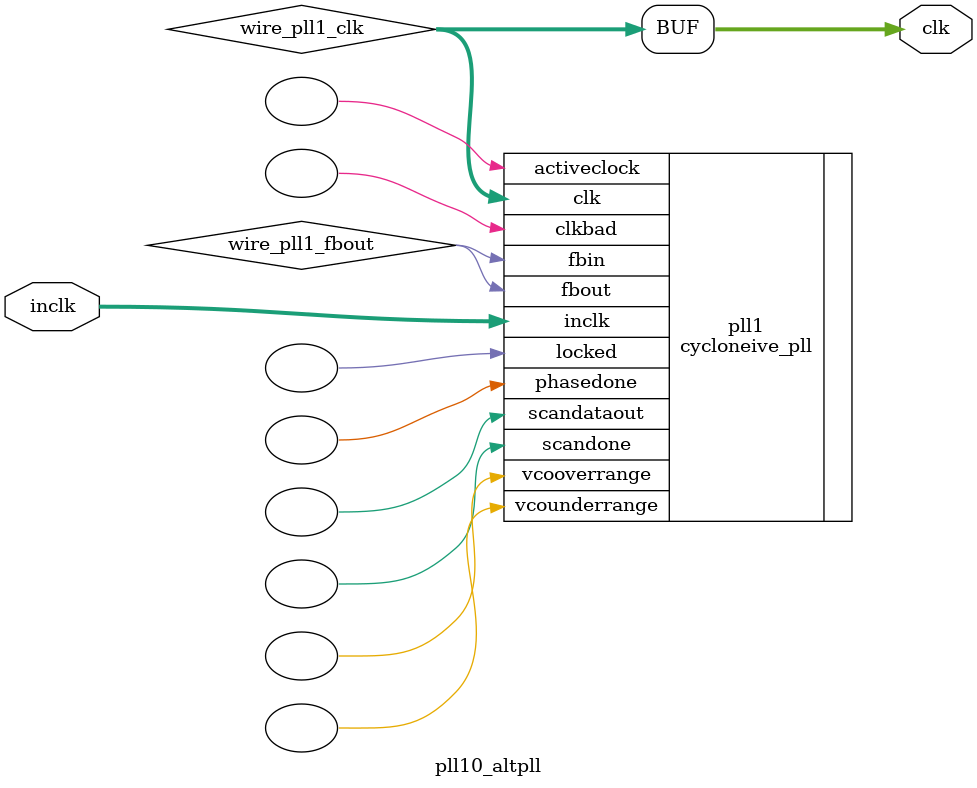
<source format=v>






//synthesis_resources = cycloneive_pll 1 
//synopsys translate_off
`timescale 1 ps / 1 ps
//synopsys translate_on
module  pll10_altpll
	( 
	clk,
	inclk) /* synthesis synthesis_clearbox=1 */;
	output   [4:0]  clk;
	input   [1:0]  inclk;
`ifndef ALTERA_RESERVED_QIS
// synopsys translate_off
`endif
	tri0   [1:0]  inclk;
`ifndef ALTERA_RESERVED_QIS
// synopsys translate_on
`endif

	wire  [4:0]   wire_pll1_clk;
	wire  wire_pll1_fbout;

	cycloneive_pll   pll1
	( 
	.activeclock(),
	.clk(wire_pll1_clk),
	.clkbad(),
	.fbin(wire_pll1_fbout),
	.fbout(wire_pll1_fbout),
	.inclk(inclk),
	.locked(),
	.phasedone(),
	.scandataout(),
	.scandone(),
	.vcooverrange(),
	.vcounderrange()
	`ifndef FORMAL_VERIFICATION
	// synopsys translate_off
	`endif
	,
	.areset(1'b0),
	.clkswitch(1'b0),
	.configupdate(1'b0),
	.pfdena(1'b1),
	.phasecounterselect({3{1'b0}}),
	.phasestep(1'b0),
	.phaseupdown(1'b0),
	.scanclk(1'b0),
	.scanclkena(1'b1),
	.scandata(1'b0)
	`ifndef FORMAL_VERIFICATION
	// synopsys translate_on
	`endif
	);
	defparam
		pll1.bandwidth_type = "auto",
		pll1.clk0_divide_by = 5,
		pll1.clk0_duty_cycle = 50,
		pll1.clk0_multiply_by = 1,
		pll1.clk0_phase_shift = "0",
		pll1.compensate_clock = "clk0",
		pll1.inclk0_input_frequency = 20000,
		pll1.operation_mode = "normal",
		pll1.pll_type = "auto",
		pll1.lpm_type = "cycloneive_pll";
	assign
		clk = {wire_pll1_clk[4:0]};
endmodule //pll10_altpll
//VALID FILE

</source>
